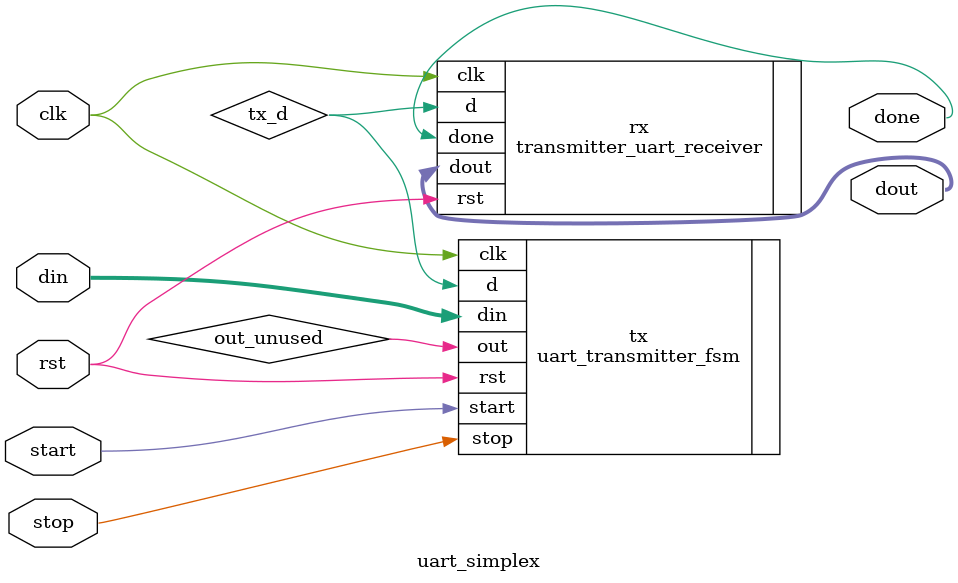
<source format=v>
module uart_simplex(
    output [7:0] dout,
    output done,
    input [7:0] din,
    input clk,
    input rst,
    input start,
    input stop
);
    wire tx_d, out_unused;

    uart_transmitter_fsm tx(
        .d(tx_d),
        .out(out_unused),
        .start(start),
        .stop(stop),
        .din(din),
        .clk(clk),
        .rst(rst)
    );

    transmitter_uart_receiver rx(
        .done(done),
        .dout(dout),
        .clk(clk),
        .rst(rst),
        .d(tx_d)
    );
endmodule

</source>
